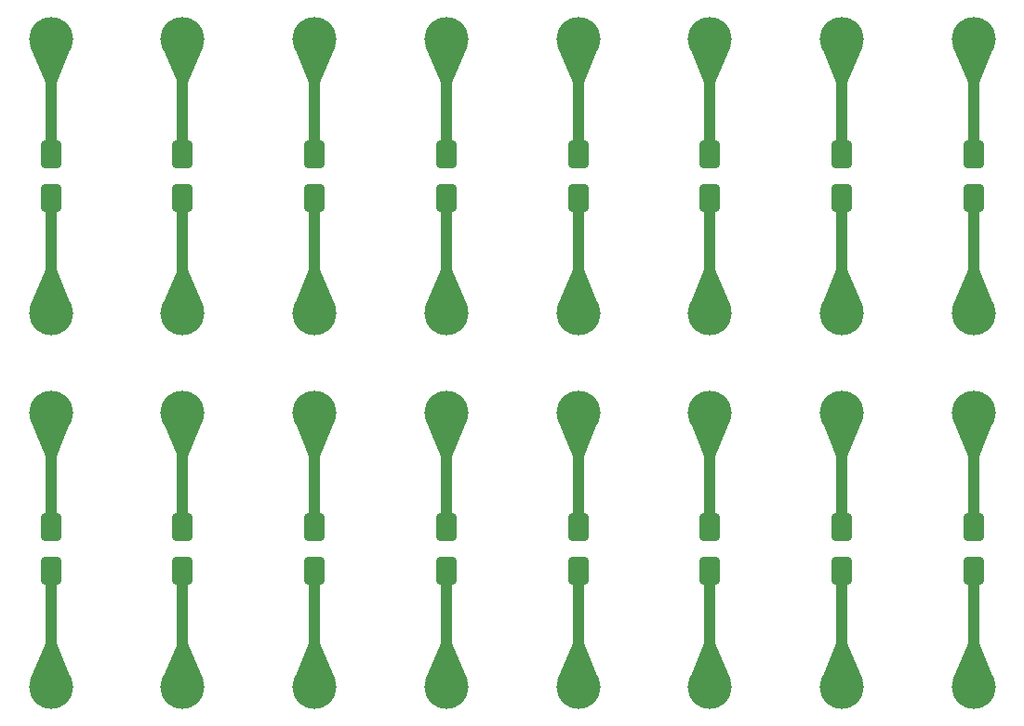
<source format=gbr>
%TF.GenerationSoftware,KiCad,Pcbnew,8.0.2*%
%TF.CreationDate,2024-06-26T22:28:10+07:00*%
%TF.ProjectId,Diode_M7_Panel,44696f64-655f-44d3-975f-50616e656c2e,rev?*%
%TF.SameCoordinates,Original*%
%TF.FileFunction,Copper,L1,Top*%
%TF.FilePolarity,Positive*%
%FSLAX46Y46*%
G04 Gerber Fmt 4.6, Leading zero omitted, Abs format (unit mm)*
G04 Created by KiCad (PCBNEW 8.0.2) date 2024-06-26 22:28:10*
%MOMM*%
%LPD*%
G01*
G04 APERTURE LIST*
G04 Aperture macros list*
%AMRoundRect*
0 Rectangle with rounded corners*
0 $1 Rounding radius*
0 $2 $3 $4 $5 $6 $7 $8 $9 X,Y pos of 4 corners*
0 Add a 4 corners polygon primitive as box body*
4,1,4,$2,$3,$4,$5,$6,$7,$8,$9,$2,$3,0*
0 Add four circle primitives for the rounded corners*
1,1,$1+$1,$2,$3*
1,1,$1+$1,$4,$5*
1,1,$1+$1,$6,$7*
1,1,$1+$1,$8,$9*
0 Add four rect primitives between the rounded corners*
20,1,$1+$1,$2,$3,$4,$5,0*
20,1,$1+$1,$4,$5,$6,$7,0*
20,1,$1+$1,$6,$7,$8,$9,0*
20,1,$1+$1,$8,$9,$2,$3,0*%
G04 Aperture macros list end*
%TA.AperFunction,ComponentPad*%
%ADD10C,4.000000*%
%TD*%
%TA.AperFunction,SMDPad,CuDef*%
%ADD11RoundRect,0.250000X0.650000X-1.000000X0.650000X1.000000X-0.650000X1.000000X-0.650000X-1.000000X0*%
%TD*%
%TA.AperFunction,Conductor*%
%ADD12C,1.000000*%
%TD*%
G04 APERTURE END LIST*
D10*
%TO.P,J2,1,Pin_1*%
%TO.N,Board_0-Net-(D1-K)*%
X5000000Y-36500500D03*
%TD*%
%TO.P,J2,1,Pin_1*%
%TO.N,Board_11-Net-(D1-K)*%
X41000000Y-70500500D03*
%TD*%
%TO.P,J1,1,Pin_1*%
%TO.N,Board_12-Net-(D1-A)*%
X53000000Y-45516125D03*
%TD*%
%TO.P,J2,1,Pin_1*%
%TO.N,Board_5-Net-(D1-K)*%
X65000000Y-36500500D03*
%TD*%
%TO.P,J1,1,Pin_1*%
%TO.N,Board_5-Net-(D1-A)*%
X65000000Y-11516125D03*
%TD*%
%TO.P,J2,1,Pin_1*%
%TO.N,Board_1-Net-(D1-K)*%
X17000000Y-36500500D03*
%TD*%
%TO.P,J1,1,Pin_1*%
%TO.N,Board_9-Net-(D1-A)*%
X17000000Y-45516125D03*
%TD*%
%TO.P,J1,1,Pin_1*%
%TO.N,Board_14-Net-(D1-A)*%
X77000000Y-45516125D03*
%TD*%
D11*
%TO.P,D1,1,K*%
%TO.N,Board_3-Net-(D1-K)*%
X41000000Y-25978000D03*
%TO.P,D1,2,A*%
%TO.N,Board_3-Net-(D1-A)*%
X41000000Y-21978000D03*
%TD*%
D10*
%TO.P,J1,1,Pin_1*%
%TO.N,Board_2-Net-(D1-A)*%
X29000000Y-11516125D03*
%TD*%
%TO.P,J1,1,Pin_1*%
%TO.N,Board_6-Net-(D1-A)*%
X77000000Y-11516125D03*
%TD*%
%TO.P,J1,1,Pin_1*%
%TO.N,Board_10-Net-(D1-A)*%
X29000000Y-45516125D03*
%TD*%
%TO.P,J1,1,Pin_1*%
%TO.N,Board_8-Net-(D1-A)*%
X5000000Y-45516125D03*
%TD*%
%TO.P,J1,1,Pin_1*%
%TO.N,Board_1-Net-(D1-A)*%
X17000000Y-11516125D03*
%TD*%
%TO.P,J2,1,Pin_1*%
%TO.N,Board_8-Net-(D1-K)*%
X5000000Y-70500500D03*
%TD*%
%TO.P,J1,1,Pin_1*%
%TO.N,Board_0-Net-(D1-A)*%
X5000000Y-11516125D03*
%TD*%
D11*
%TO.P,D1,1,K*%
%TO.N,Board_9-Net-(D1-K)*%
X17000000Y-59978000D03*
%TO.P,D1,2,A*%
%TO.N,Board_9-Net-(D1-A)*%
X17000000Y-55978000D03*
%TD*%
D10*
%TO.P,J1,1,Pin_1*%
%TO.N,Board_11-Net-(D1-A)*%
X41000000Y-45516125D03*
%TD*%
D11*
%TO.P,D1,1,K*%
%TO.N,Board_6-Net-(D1-K)*%
X77000000Y-25978000D03*
%TO.P,D1,2,A*%
%TO.N,Board_6-Net-(D1-A)*%
X77000000Y-21978000D03*
%TD*%
D10*
%TO.P,J2,1,Pin_1*%
%TO.N,Board_6-Net-(D1-K)*%
X77000000Y-36500500D03*
%TD*%
%TO.P,J2,1,Pin_1*%
%TO.N,Board_15-Net-(D1-K)*%
X89000000Y-70500500D03*
%TD*%
%TO.P,J2,1,Pin_1*%
%TO.N,Board_10-Net-(D1-K)*%
X29000000Y-70500500D03*
%TD*%
%TO.P,J2,1,Pin_1*%
%TO.N,Board_4-Net-(D1-K)*%
X53000000Y-36500500D03*
%TD*%
%TO.P,J1,1,Pin_1*%
%TO.N,Board_4-Net-(D1-A)*%
X53000000Y-11516125D03*
%TD*%
%TO.P,J2,1,Pin_1*%
%TO.N,Board_3-Net-(D1-K)*%
X41000000Y-36500500D03*
%TD*%
D11*
%TO.P,D1,1,K*%
%TO.N,Board_12-Net-(D1-K)*%
X53000000Y-59978000D03*
%TO.P,D1,2,A*%
%TO.N,Board_12-Net-(D1-A)*%
X53000000Y-55978000D03*
%TD*%
%TO.P,D1,1,K*%
%TO.N,Board_5-Net-(D1-K)*%
X65000000Y-25978000D03*
%TO.P,D1,2,A*%
%TO.N,Board_5-Net-(D1-A)*%
X65000000Y-21978000D03*
%TD*%
%TO.P,D1,1,K*%
%TO.N,Board_7-Net-(D1-K)*%
X89000000Y-25978000D03*
%TO.P,D1,2,A*%
%TO.N,Board_7-Net-(D1-A)*%
X89000000Y-21978000D03*
%TD*%
%TO.P,D1,1,K*%
%TO.N,Board_14-Net-(D1-K)*%
X77000000Y-59978000D03*
%TO.P,D1,2,A*%
%TO.N,Board_14-Net-(D1-A)*%
X77000000Y-55978000D03*
%TD*%
%TO.P,D1,1,K*%
%TO.N,Board_13-Net-(D1-K)*%
X65000000Y-59978000D03*
%TO.P,D1,2,A*%
%TO.N,Board_13-Net-(D1-A)*%
X65000000Y-55978000D03*
%TD*%
D10*
%TO.P,J1,1,Pin_1*%
%TO.N,Board_15-Net-(D1-A)*%
X89000000Y-45516125D03*
%TD*%
%TO.P,J2,1,Pin_1*%
%TO.N,Board_7-Net-(D1-K)*%
X89000000Y-36500500D03*
%TD*%
D11*
%TO.P,D1,1,K*%
%TO.N,Board_11-Net-(D1-K)*%
X41000000Y-59978000D03*
%TO.P,D1,2,A*%
%TO.N,Board_11-Net-(D1-A)*%
X41000000Y-55978000D03*
%TD*%
%TO.P,D1,1,K*%
%TO.N,Board_0-Net-(D1-K)*%
X5000000Y-25978000D03*
%TO.P,D1,2,A*%
%TO.N,Board_0-Net-(D1-A)*%
X5000000Y-21978000D03*
%TD*%
D10*
%TO.P,J2,1,Pin_1*%
%TO.N,Board_12-Net-(D1-K)*%
X53000000Y-70500500D03*
%TD*%
%TO.P,J1,1,Pin_1*%
%TO.N,Board_13-Net-(D1-A)*%
X65000000Y-45516125D03*
%TD*%
D11*
%TO.P,D1,1,K*%
%TO.N,Board_15-Net-(D1-K)*%
X89000000Y-59978000D03*
%TO.P,D1,2,A*%
%TO.N,Board_15-Net-(D1-A)*%
X89000000Y-55978000D03*
%TD*%
D10*
%TO.P,J2,1,Pin_1*%
%TO.N,Board_9-Net-(D1-K)*%
X17000000Y-70500500D03*
%TD*%
%TO.P,J2,1,Pin_1*%
%TO.N,Board_13-Net-(D1-K)*%
X65000000Y-70500500D03*
%TD*%
D11*
%TO.P,D1,1,K*%
%TO.N,Board_8-Net-(D1-K)*%
X5000000Y-59978000D03*
%TO.P,D1,2,A*%
%TO.N,Board_8-Net-(D1-A)*%
X5000000Y-55978000D03*
%TD*%
%TO.P,D1,1,K*%
%TO.N,Board_4-Net-(D1-K)*%
X53000000Y-25978000D03*
%TO.P,D1,2,A*%
%TO.N,Board_4-Net-(D1-A)*%
X53000000Y-21978000D03*
%TD*%
%TO.P,D1,1,K*%
%TO.N,Board_2-Net-(D1-K)*%
X29000000Y-25978000D03*
%TO.P,D1,2,A*%
%TO.N,Board_2-Net-(D1-A)*%
X29000000Y-21978000D03*
%TD*%
D10*
%TO.P,J1,1,Pin_1*%
%TO.N,Board_3-Net-(D1-A)*%
X41000000Y-11516125D03*
%TD*%
D11*
%TO.P,D1,1,K*%
%TO.N,Board_1-Net-(D1-K)*%
X17000000Y-25978000D03*
%TO.P,D1,2,A*%
%TO.N,Board_1-Net-(D1-A)*%
X17000000Y-21978000D03*
%TD*%
D10*
%TO.P,J2,1,Pin_1*%
%TO.N,Board_2-Net-(D1-K)*%
X29000000Y-36500500D03*
%TD*%
D11*
%TO.P,D1,1,K*%
%TO.N,Board_10-Net-(D1-K)*%
X29000000Y-59978000D03*
%TO.P,D1,2,A*%
%TO.N,Board_10-Net-(D1-A)*%
X29000000Y-55978000D03*
%TD*%
D10*
%TO.P,J1,1,Pin_1*%
%TO.N,Board_7-Net-(D1-A)*%
X89000000Y-11516125D03*
%TD*%
%TO.P,J2,1,Pin_1*%
%TO.N,Board_14-Net-(D1-K)*%
X77000000Y-70500500D03*
%TD*%
D12*
%TO.N,Board_15-Net-(D1-K)*%
X89000000Y-59978000D02*
X89000000Y-70500500D01*
%TO.N,Board_15-Net-(D1-A)*%
X89000000Y-45516125D02*
X89000000Y-55978000D01*
%TO.N,Board_14-Net-(D1-K)*%
X77000000Y-59978000D02*
X77000000Y-70500500D01*
%TO.N,Board_14-Net-(D1-A)*%
X77000000Y-45516125D02*
X77000000Y-55978000D01*
%TO.N,Board_13-Net-(D1-K)*%
X65000000Y-59978000D02*
X65000000Y-70500500D01*
%TO.N,Board_13-Net-(D1-A)*%
X65000000Y-45516125D02*
X65000000Y-55978000D01*
%TO.N,Board_12-Net-(D1-K)*%
X53000000Y-59978000D02*
X53000000Y-70500500D01*
%TO.N,Board_12-Net-(D1-A)*%
X53000000Y-45516125D02*
X53000000Y-55978000D01*
%TO.N,Board_11-Net-(D1-K)*%
X41000000Y-59978000D02*
X41000000Y-70500500D01*
%TO.N,Board_11-Net-(D1-A)*%
X41000000Y-45516125D02*
X41000000Y-55978000D01*
%TO.N,Board_10-Net-(D1-K)*%
X29000000Y-59978000D02*
X29000000Y-70500500D01*
%TO.N,Board_10-Net-(D1-A)*%
X29000000Y-45516125D02*
X29000000Y-55978000D01*
%TO.N,Board_9-Net-(D1-K)*%
X17000000Y-59978000D02*
X17000000Y-70500500D01*
%TO.N,Board_9-Net-(D1-A)*%
X17000000Y-45516125D02*
X17000000Y-55978000D01*
%TO.N,Board_8-Net-(D1-K)*%
X5000000Y-59978000D02*
X5000000Y-70500500D01*
%TO.N,Board_8-Net-(D1-A)*%
X5000000Y-45516125D02*
X5000000Y-55978000D01*
%TO.N,Board_7-Net-(D1-K)*%
X89000000Y-25978000D02*
X89000000Y-36500500D01*
%TO.N,Board_7-Net-(D1-A)*%
X89000000Y-11516125D02*
X89000000Y-21978000D01*
%TO.N,Board_6-Net-(D1-K)*%
X77000000Y-25978000D02*
X77000000Y-36500500D01*
%TO.N,Board_6-Net-(D1-A)*%
X77000000Y-11516125D02*
X77000000Y-21978000D01*
%TO.N,Board_5-Net-(D1-K)*%
X65000000Y-25978000D02*
X65000000Y-36500500D01*
%TO.N,Board_5-Net-(D1-A)*%
X65000000Y-11516125D02*
X65000000Y-21978000D01*
%TO.N,Board_4-Net-(D1-K)*%
X53000000Y-25978000D02*
X53000000Y-36500500D01*
%TO.N,Board_4-Net-(D1-A)*%
X53000000Y-11516125D02*
X53000000Y-21978000D01*
%TO.N,Board_3-Net-(D1-K)*%
X41000000Y-25978000D02*
X41000000Y-36500500D01*
%TO.N,Board_3-Net-(D1-A)*%
X41000000Y-11516125D02*
X41000000Y-21978000D01*
%TO.N,Board_2-Net-(D1-K)*%
X29000000Y-25978000D02*
X29000000Y-36500500D01*
%TO.N,Board_2-Net-(D1-A)*%
X29000000Y-11516125D02*
X29000000Y-21978000D01*
%TO.N,Board_1-Net-(D1-K)*%
X17000000Y-25978000D02*
X17000000Y-36500500D01*
%TO.N,Board_1-Net-(D1-A)*%
X17000000Y-11516125D02*
X17000000Y-21978000D01*
%TO.N,Board_0-Net-(D1-K)*%
X5000000Y-25978000D02*
X5000000Y-36500500D01*
%TO.N,Board_0-Net-(D1-A)*%
X5000000Y-11516125D02*
X5000000Y-21978000D01*
%TD*%
%TA.AperFunction,Conductor*%
%TO.N,Board_15-Net-(D1-K)*%
G36*
X89500464Y-66524284D02*
G01*
X89502996Y-66528069D01*
X90913987Y-69925000D01*
X90913996Y-69933955D01*
X90907670Y-69940293D01*
X90906484Y-69940712D01*
X89003302Y-70500528D01*
X88996698Y-70500528D01*
X87093515Y-69940712D01*
X87086545Y-69935090D01*
X87085593Y-69926186D01*
X87086006Y-69925016D01*
X88497004Y-66528068D01*
X88503342Y-66521743D01*
X88507809Y-66520857D01*
X89492191Y-66520857D01*
X89500464Y-66524284D01*
G37*
%TD.AperFunction*%
%TD*%
%TA.AperFunction,Conductor*%
%TO.N,Board_15-Net-(D1-A)*%
G36*
X90906485Y-46075912D02*
G01*
X90913454Y-46081534D01*
X90914406Y-46090438D01*
X90913987Y-46091624D01*
X89502996Y-49488556D01*
X89496658Y-49494882D01*
X89492191Y-49495768D01*
X88507809Y-49495768D01*
X88499536Y-49492341D01*
X88497004Y-49488556D01*
X87086011Y-46091622D01*
X87086003Y-46082669D01*
X87092329Y-46076331D01*
X87093500Y-46075917D01*
X88996699Y-45516096D01*
X89003301Y-45516096D01*
X90906485Y-46075912D01*
G37*
%TD.AperFunction*%
%TD*%
%TA.AperFunction,Conductor*%
%TO.N,Board_14-Net-(D1-K)*%
G36*
X77500464Y-66524284D02*
G01*
X77502996Y-66528069D01*
X78913987Y-69925000D01*
X78913996Y-69933955D01*
X78907670Y-69940293D01*
X78906484Y-69940712D01*
X77003302Y-70500528D01*
X76996698Y-70500528D01*
X75093515Y-69940712D01*
X75086545Y-69935090D01*
X75085593Y-69926186D01*
X75086006Y-69925016D01*
X76497004Y-66528068D01*
X76503342Y-66521743D01*
X76507809Y-66520857D01*
X77492191Y-66520857D01*
X77500464Y-66524284D01*
G37*
%TD.AperFunction*%
%TD*%
%TA.AperFunction,Conductor*%
%TO.N,Board_14-Net-(D1-A)*%
G36*
X78906485Y-46075912D02*
G01*
X78913454Y-46081534D01*
X78914406Y-46090438D01*
X78913987Y-46091624D01*
X77502996Y-49488556D01*
X77496658Y-49494882D01*
X77492191Y-49495768D01*
X76507809Y-49495768D01*
X76499536Y-49492341D01*
X76497004Y-49488556D01*
X75086011Y-46091622D01*
X75086003Y-46082669D01*
X75092329Y-46076331D01*
X75093500Y-46075917D01*
X76996699Y-45516096D01*
X77003301Y-45516096D01*
X78906485Y-46075912D01*
G37*
%TD.AperFunction*%
%TD*%
%TA.AperFunction,Conductor*%
%TO.N,Board_13-Net-(D1-K)*%
G36*
X65500464Y-66524284D02*
G01*
X65502996Y-66528069D01*
X66913987Y-69925000D01*
X66913996Y-69933955D01*
X66907670Y-69940293D01*
X66906484Y-69940712D01*
X65003302Y-70500528D01*
X64996698Y-70500528D01*
X63093515Y-69940712D01*
X63086545Y-69935090D01*
X63085593Y-69926186D01*
X63086006Y-69925016D01*
X64497004Y-66528068D01*
X64503342Y-66521743D01*
X64507809Y-66520857D01*
X65492191Y-66520857D01*
X65500464Y-66524284D01*
G37*
%TD.AperFunction*%
%TD*%
%TA.AperFunction,Conductor*%
%TO.N,Board_13-Net-(D1-A)*%
G36*
X66906485Y-46075912D02*
G01*
X66913454Y-46081534D01*
X66914406Y-46090438D01*
X66913987Y-46091624D01*
X65502996Y-49488556D01*
X65496658Y-49494882D01*
X65492191Y-49495768D01*
X64507809Y-49495768D01*
X64499536Y-49492341D01*
X64497004Y-49488556D01*
X63086011Y-46091622D01*
X63086003Y-46082669D01*
X63092329Y-46076331D01*
X63093500Y-46075917D01*
X64996699Y-45516096D01*
X65003301Y-45516096D01*
X66906485Y-46075912D01*
G37*
%TD.AperFunction*%
%TD*%
%TA.AperFunction,Conductor*%
%TO.N,Board_12-Net-(D1-K)*%
G36*
X53500464Y-66524284D02*
G01*
X53502996Y-66528069D01*
X54913987Y-69925000D01*
X54913996Y-69933955D01*
X54907670Y-69940293D01*
X54906484Y-69940712D01*
X53003302Y-70500528D01*
X52996698Y-70500528D01*
X51093515Y-69940712D01*
X51086545Y-69935090D01*
X51085593Y-69926186D01*
X51086006Y-69925016D01*
X52497004Y-66528068D01*
X52503342Y-66521743D01*
X52507809Y-66520857D01*
X53492191Y-66520857D01*
X53500464Y-66524284D01*
G37*
%TD.AperFunction*%
%TD*%
%TA.AperFunction,Conductor*%
%TO.N,Board_12-Net-(D1-A)*%
G36*
X54906485Y-46075912D02*
G01*
X54913454Y-46081534D01*
X54914406Y-46090438D01*
X54913987Y-46091624D01*
X53502996Y-49488556D01*
X53496658Y-49494882D01*
X53492191Y-49495768D01*
X52507809Y-49495768D01*
X52499536Y-49492341D01*
X52497004Y-49488556D01*
X51086011Y-46091622D01*
X51086003Y-46082669D01*
X51092329Y-46076331D01*
X51093500Y-46075917D01*
X52996699Y-45516096D01*
X53003301Y-45516096D01*
X54906485Y-46075912D01*
G37*
%TD.AperFunction*%
%TD*%
%TA.AperFunction,Conductor*%
%TO.N,Board_11-Net-(D1-K)*%
G36*
X41500464Y-66524284D02*
G01*
X41502996Y-66528069D01*
X42913987Y-69925000D01*
X42913996Y-69933955D01*
X42907670Y-69940293D01*
X42906484Y-69940712D01*
X41003302Y-70500528D01*
X40996698Y-70500528D01*
X39093515Y-69940712D01*
X39086545Y-69935090D01*
X39085593Y-69926186D01*
X39086006Y-69925016D01*
X40497004Y-66528068D01*
X40503342Y-66521743D01*
X40507809Y-66520857D01*
X41492191Y-66520857D01*
X41500464Y-66524284D01*
G37*
%TD.AperFunction*%
%TD*%
%TA.AperFunction,Conductor*%
%TO.N,Board_11-Net-(D1-A)*%
G36*
X42906485Y-46075912D02*
G01*
X42913454Y-46081534D01*
X42914406Y-46090438D01*
X42913987Y-46091624D01*
X41502996Y-49488556D01*
X41496658Y-49494882D01*
X41492191Y-49495768D01*
X40507809Y-49495768D01*
X40499536Y-49492341D01*
X40497004Y-49488556D01*
X39086011Y-46091622D01*
X39086003Y-46082669D01*
X39092329Y-46076331D01*
X39093500Y-46075917D01*
X40996699Y-45516096D01*
X41003301Y-45516096D01*
X42906485Y-46075912D01*
G37*
%TD.AperFunction*%
%TD*%
%TA.AperFunction,Conductor*%
%TO.N,Board_10-Net-(D1-K)*%
G36*
X29500464Y-66524284D02*
G01*
X29502996Y-66528069D01*
X30913987Y-69925000D01*
X30913996Y-69933955D01*
X30907670Y-69940293D01*
X30906484Y-69940712D01*
X29003302Y-70500528D01*
X28996698Y-70500528D01*
X27093515Y-69940712D01*
X27086545Y-69935090D01*
X27085593Y-69926186D01*
X27086006Y-69925016D01*
X28497004Y-66528068D01*
X28503342Y-66521743D01*
X28507809Y-66520857D01*
X29492191Y-66520857D01*
X29500464Y-66524284D01*
G37*
%TD.AperFunction*%
%TD*%
%TA.AperFunction,Conductor*%
%TO.N,Board_10-Net-(D1-A)*%
G36*
X30906485Y-46075912D02*
G01*
X30913454Y-46081534D01*
X30914406Y-46090438D01*
X30913987Y-46091624D01*
X29502996Y-49488556D01*
X29496658Y-49494882D01*
X29492191Y-49495768D01*
X28507809Y-49495768D01*
X28499536Y-49492341D01*
X28497004Y-49488556D01*
X27086011Y-46091622D01*
X27086003Y-46082669D01*
X27092329Y-46076331D01*
X27093500Y-46075917D01*
X28996699Y-45516096D01*
X29003301Y-45516096D01*
X30906485Y-46075912D01*
G37*
%TD.AperFunction*%
%TD*%
%TA.AperFunction,Conductor*%
%TO.N,Board_9-Net-(D1-K)*%
G36*
X17500464Y-66524284D02*
G01*
X17502996Y-66528069D01*
X18913987Y-69925000D01*
X18913996Y-69933955D01*
X18907670Y-69940293D01*
X18906484Y-69940712D01*
X17003302Y-70500528D01*
X16996698Y-70500528D01*
X15093515Y-69940712D01*
X15086545Y-69935090D01*
X15085593Y-69926186D01*
X15086006Y-69925016D01*
X16497004Y-66528068D01*
X16503342Y-66521743D01*
X16507809Y-66520857D01*
X17492191Y-66520857D01*
X17500464Y-66524284D01*
G37*
%TD.AperFunction*%
%TD*%
%TA.AperFunction,Conductor*%
%TO.N,Board_9-Net-(D1-A)*%
G36*
X18906485Y-46075912D02*
G01*
X18913454Y-46081534D01*
X18914406Y-46090438D01*
X18913987Y-46091624D01*
X17502996Y-49488556D01*
X17496658Y-49494882D01*
X17492191Y-49495768D01*
X16507809Y-49495768D01*
X16499536Y-49492341D01*
X16497004Y-49488556D01*
X15086011Y-46091622D01*
X15086003Y-46082669D01*
X15092329Y-46076331D01*
X15093500Y-46075917D01*
X16996699Y-45516096D01*
X17003301Y-45516096D01*
X18906485Y-46075912D01*
G37*
%TD.AperFunction*%
%TD*%
%TA.AperFunction,Conductor*%
%TO.N,Board_8-Net-(D1-K)*%
G36*
X5500464Y-66524284D02*
G01*
X5502996Y-66528069D01*
X6913987Y-69925000D01*
X6913996Y-69933955D01*
X6907670Y-69940293D01*
X6906484Y-69940712D01*
X5003302Y-70500528D01*
X4996698Y-70500528D01*
X3093515Y-69940712D01*
X3086545Y-69935090D01*
X3085593Y-69926186D01*
X3086006Y-69925016D01*
X4497004Y-66528068D01*
X4503342Y-66521743D01*
X4507809Y-66520857D01*
X5492191Y-66520857D01*
X5500464Y-66524284D01*
G37*
%TD.AperFunction*%
%TD*%
%TA.AperFunction,Conductor*%
%TO.N,Board_8-Net-(D1-A)*%
G36*
X6906485Y-46075912D02*
G01*
X6913454Y-46081534D01*
X6914406Y-46090438D01*
X6913987Y-46091624D01*
X5502996Y-49488556D01*
X5496658Y-49494882D01*
X5492191Y-49495768D01*
X4507809Y-49495768D01*
X4499536Y-49492341D01*
X4497004Y-49488556D01*
X3086011Y-46091622D01*
X3086003Y-46082669D01*
X3092329Y-46076331D01*
X3093500Y-46075917D01*
X4996699Y-45516096D01*
X5003301Y-45516096D01*
X6906485Y-46075912D01*
G37*
%TD.AperFunction*%
%TD*%
%TA.AperFunction,Conductor*%
%TO.N,Board_7-Net-(D1-K)*%
G36*
X89500464Y-32524284D02*
G01*
X89502996Y-32528069D01*
X90913987Y-35925000D01*
X90913996Y-35933955D01*
X90907670Y-35940293D01*
X90906484Y-35940712D01*
X89003302Y-36500528D01*
X88996698Y-36500528D01*
X87093515Y-35940712D01*
X87086545Y-35935090D01*
X87085593Y-35926186D01*
X87086006Y-35925016D01*
X88497004Y-32528068D01*
X88503342Y-32521743D01*
X88507809Y-32520857D01*
X89492191Y-32520857D01*
X89500464Y-32524284D01*
G37*
%TD.AperFunction*%
%TD*%
%TA.AperFunction,Conductor*%
%TO.N,Board_7-Net-(D1-A)*%
G36*
X90906485Y-12075912D02*
G01*
X90913454Y-12081534D01*
X90914406Y-12090438D01*
X90913987Y-12091624D01*
X89502996Y-15488556D01*
X89496658Y-15494882D01*
X89492191Y-15495768D01*
X88507809Y-15495768D01*
X88499536Y-15492341D01*
X88497004Y-15488556D01*
X87086011Y-12091622D01*
X87086003Y-12082669D01*
X87092329Y-12076331D01*
X87093500Y-12075917D01*
X88996699Y-11516096D01*
X89003301Y-11516096D01*
X90906485Y-12075912D01*
G37*
%TD.AperFunction*%
%TD*%
%TA.AperFunction,Conductor*%
%TO.N,Board_6-Net-(D1-K)*%
G36*
X77500464Y-32524284D02*
G01*
X77502996Y-32528069D01*
X78913987Y-35925000D01*
X78913996Y-35933955D01*
X78907670Y-35940293D01*
X78906484Y-35940712D01*
X77003302Y-36500528D01*
X76996698Y-36500528D01*
X75093515Y-35940712D01*
X75086545Y-35935090D01*
X75085593Y-35926186D01*
X75086006Y-35925016D01*
X76497004Y-32528068D01*
X76503342Y-32521743D01*
X76507809Y-32520857D01*
X77492191Y-32520857D01*
X77500464Y-32524284D01*
G37*
%TD.AperFunction*%
%TD*%
%TA.AperFunction,Conductor*%
%TO.N,Board_6-Net-(D1-A)*%
G36*
X78906485Y-12075912D02*
G01*
X78913454Y-12081534D01*
X78914406Y-12090438D01*
X78913987Y-12091624D01*
X77502996Y-15488556D01*
X77496658Y-15494882D01*
X77492191Y-15495768D01*
X76507809Y-15495768D01*
X76499536Y-15492341D01*
X76497004Y-15488556D01*
X75086011Y-12091622D01*
X75086003Y-12082669D01*
X75092329Y-12076331D01*
X75093500Y-12075917D01*
X76996699Y-11516096D01*
X77003301Y-11516096D01*
X78906485Y-12075912D01*
G37*
%TD.AperFunction*%
%TD*%
%TA.AperFunction,Conductor*%
%TO.N,Board_5-Net-(D1-K)*%
G36*
X65500464Y-32524284D02*
G01*
X65502996Y-32528069D01*
X66913987Y-35925000D01*
X66913996Y-35933955D01*
X66907670Y-35940293D01*
X66906484Y-35940712D01*
X65003302Y-36500528D01*
X64996698Y-36500528D01*
X63093515Y-35940712D01*
X63086545Y-35935090D01*
X63085593Y-35926186D01*
X63086006Y-35925016D01*
X64497004Y-32528068D01*
X64503342Y-32521743D01*
X64507809Y-32520857D01*
X65492191Y-32520857D01*
X65500464Y-32524284D01*
G37*
%TD.AperFunction*%
%TD*%
%TA.AperFunction,Conductor*%
%TO.N,Board_5-Net-(D1-A)*%
G36*
X66906485Y-12075912D02*
G01*
X66913454Y-12081534D01*
X66914406Y-12090438D01*
X66913987Y-12091624D01*
X65502996Y-15488556D01*
X65496658Y-15494882D01*
X65492191Y-15495768D01*
X64507809Y-15495768D01*
X64499536Y-15492341D01*
X64497004Y-15488556D01*
X63086011Y-12091622D01*
X63086003Y-12082669D01*
X63092329Y-12076331D01*
X63093500Y-12075917D01*
X64996699Y-11516096D01*
X65003301Y-11516096D01*
X66906485Y-12075912D01*
G37*
%TD.AperFunction*%
%TD*%
%TA.AperFunction,Conductor*%
%TO.N,Board_4-Net-(D1-K)*%
G36*
X53500464Y-32524284D02*
G01*
X53502996Y-32528069D01*
X54913987Y-35925000D01*
X54913996Y-35933955D01*
X54907670Y-35940293D01*
X54906484Y-35940712D01*
X53003302Y-36500528D01*
X52996698Y-36500528D01*
X51093515Y-35940712D01*
X51086545Y-35935090D01*
X51085593Y-35926186D01*
X51086006Y-35925016D01*
X52497004Y-32528068D01*
X52503342Y-32521743D01*
X52507809Y-32520857D01*
X53492191Y-32520857D01*
X53500464Y-32524284D01*
G37*
%TD.AperFunction*%
%TD*%
%TA.AperFunction,Conductor*%
%TO.N,Board_4-Net-(D1-A)*%
G36*
X54906485Y-12075912D02*
G01*
X54913454Y-12081534D01*
X54914406Y-12090438D01*
X54913987Y-12091624D01*
X53502996Y-15488556D01*
X53496658Y-15494882D01*
X53492191Y-15495768D01*
X52507809Y-15495768D01*
X52499536Y-15492341D01*
X52497004Y-15488556D01*
X51086011Y-12091622D01*
X51086003Y-12082669D01*
X51092329Y-12076331D01*
X51093500Y-12075917D01*
X52996699Y-11516096D01*
X53003301Y-11516096D01*
X54906485Y-12075912D01*
G37*
%TD.AperFunction*%
%TD*%
%TA.AperFunction,Conductor*%
%TO.N,Board_3-Net-(D1-K)*%
G36*
X41500464Y-32524284D02*
G01*
X41502996Y-32528069D01*
X42913987Y-35925000D01*
X42913996Y-35933955D01*
X42907670Y-35940293D01*
X42906484Y-35940712D01*
X41003302Y-36500528D01*
X40996698Y-36500528D01*
X39093515Y-35940712D01*
X39086545Y-35935090D01*
X39085593Y-35926186D01*
X39086006Y-35925016D01*
X40497004Y-32528068D01*
X40503342Y-32521743D01*
X40507809Y-32520857D01*
X41492191Y-32520857D01*
X41500464Y-32524284D01*
G37*
%TD.AperFunction*%
%TD*%
%TA.AperFunction,Conductor*%
%TO.N,Board_3-Net-(D1-A)*%
G36*
X42906485Y-12075912D02*
G01*
X42913454Y-12081534D01*
X42914406Y-12090438D01*
X42913987Y-12091624D01*
X41502996Y-15488556D01*
X41496658Y-15494882D01*
X41492191Y-15495768D01*
X40507809Y-15495768D01*
X40499536Y-15492341D01*
X40497004Y-15488556D01*
X39086011Y-12091622D01*
X39086003Y-12082669D01*
X39092329Y-12076331D01*
X39093500Y-12075917D01*
X40996699Y-11516096D01*
X41003301Y-11516096D01*
X42906485Y-12075912D01*
G37*
%TD.AperFunction*%
%TD*%
%TA.AperFunction,Conductor*%
%TO.N,Board_2-Net-(D1-K)*%
G36*
X29500464Y-32524284D02*
G01*
X29502996Y-32528069D01*
X30913987Y-35925000D01*
X30913996Y-35933955D01*
X30907670Y-35940293D01*
X30906484Y-35940712D01*
X29003302Y-36500528D01*
X28996698Y-36500528D01*
X27093515Y-35940712D01*
X27086545Y-35935090D01*
X27085593Y-35926186D01*
X27086006Y-35925016D01*
X28497004Y-32528068D01*
X28503342Y-32521743D01*
X28507809Y-32520857D01*
X29492191Y-32520857D01*
X29500464Y-32524284D01*
G37*
%TD.AperFunction*%
%TD*%
%TA.AperFunction,Conductor*%
%TO.N,Board_2-Net-(D1-A)*%
G36*
X30906485Y-12075912D02*
G01*
X30913454Y-12081534D01*
X30914406Y-12090438D01*
X30913987Y-12091624D01*
X29502996Y-15488556D01*
X29496658Y-15494882D01*
X29492191Y-15495768D01*
X28507809Y-15495768D01*
X28499536Y-15492341D01*
X28497004Y-15488556D01*
X27086011Y-12091622D01*
X27086003Y-12082669D01*
X27092329Y-12076331D01*
X27093500Y-12075917D01*
X28996699Y-11516096D01*
X29003301Y-11516096D01*
X30906485Y-12075912D01*
G37*
%TD.AperFunction*%
%TD*%
%TA.AperFunction,Conductor*%
%TO.N,Board_1-Net-(D1-K)*%
G36*
X17500464Y-32524284D02*
G01*
X17502996Y-32528069D01*
X18913987Y-35925000D01*
X18913996Y-35933955D01*
X18907670Y-35940293D01*
X18906484Y-35940712D01*
X17003302Y-36500528D01*
X16996698Y-36500528D01*
X15093515Y-35940712D01*
X15086545Y-35935090D01*
X15085593Y-35926186D01*
X15086006Y-35925016D01*
X16497004Y-32528068D01*
X16503342Y-32521743D01*
X16507809Y-32520857D01*
X17492191Y-32520857D01*
X17500464Y-32524284D01*
G37*
%TD.AperFunction*%
%TD*%
%TA.AperFunction,Conductor*%
%TO.N,Board_1-Net-(D1-A)*%
G36*
X18906485Y-12075912D02*
G01*
X18913454Y-12081534D01*
X18914406Y-12090438D01*
X18913987Y-12091624D01*
X17502996Y-15488556D01*
X17496658Y-15494882D01*
X17492191Y-15495768D01*
X16507809Y-15495768D01*
X16499536Y-15492341D01*
X16497004Y-15488556D01*
X15086011Y-12091622D01*
X15086003Y-12082669D01*
X15092329Y-12076331D01*
X15093500Y-12075917D01*
X16996699Y-11516096D01*
X17003301Y-11516096D01*
X18906485Y-12075912D01*
G37*
%TD.AperFunction*%
%TD*%
%TA.AperFunction,Conductor*%
%TO.N,Board_0-Net-(D1-K)*%
G36*
X5500464Y-32524284D02*
G01*
X5502996Y-32528069D01*
X6913987Y-35925000D01*
X6913996Y-35933955D01*
X6907670Y-35940293D01*
X6906484Y-35940712D01*
X5003302Y-36500528D01*
X4996698Y-36500528D01*
X3093515Y-35940712D01*
X3086545Y-35935090D01*
X3085593Y-35926186D01*
X3086006Y-35925016D01*
X4497004Y-32528068D01*
X4503342Y-32521743D01*
X4507809Y-32520857D01*
X5492191Y-32520857D01*
X5500464Y-32524284D01*
G37*
%TD.AperFunction*%
%TD*%
%TA.AperFunction,Conductor*%
%TO.N,Board_0-Net-(D1-A)*%
G36*
X6906485Y-12075912D02*
G01*
X6913454Y-12081534D01*
X6914406Y-12090438D01*
X6913987Y-12091624D01*
X5502996Y-15488556D01*
X5496658Y-15494882D01*
X5492191Y-15495768D01*
X4507809Y-15495768D01*
X4499536Y-15492341D01*
X4497004Y-15488556D01*
X3086011Y-12091622D01*
X3086003Y-12082669D01*
X3092329Y-12076331D01*
X3093500Y-12075917D01*
X4996699Y-11516096D01*
X5003301Y-11516096D01*
X6906485Y-12075912D01*
G37*
%TD.AperFunction*%
%TD*%
M02*

</source>
